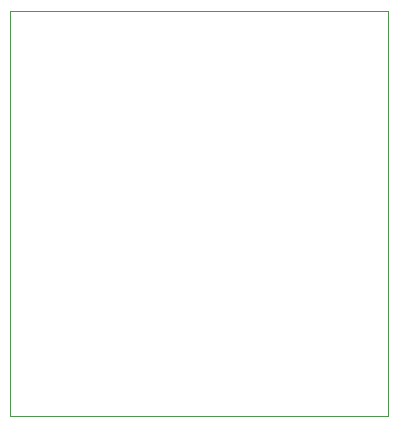
<source format=gbr>
%TF.GenerationSoftware,KiCad,Pcbnew,(5.1.7-0-10_14)*%
%TF.CreationDate,2020-10-13T23:49:25+02:00*%
%TF.ProjectId,UPURS Adapter,55505552-5320-4416-9461-707465722e6b,rev?*%
%TF.SameCoordinates,Original*%
%TF.FileFunction,Profile,NP*%
%FSLAX46Y46*%
G04 Gerber Fmt 4.6, Leading zero omitted, Abs format (unit mm)*
G04 Created by KiCad (PCBNEW (5.1.7-0-10_14)) date 2020-10-13 23:49:25*
%MOMM*%
%LPD*%
G01*
G04 APERTURE LIST*
%TA.AperFunction,Profile*%
%ADD10C,0.050000*%
%TD*%
G04 APERTURE END LIST*
D10*
X46736000Y-79375000D02*
X46736000Y-45085000D01*
X78740000Y-79375000D02*
X46736000Y-79375000D01*
X78740000Y-45085000D02*
X78740000Y-79375000D01*
X46736000Y-45085000D02*
X78740000Y-45085000D01*
M02*

</source>
